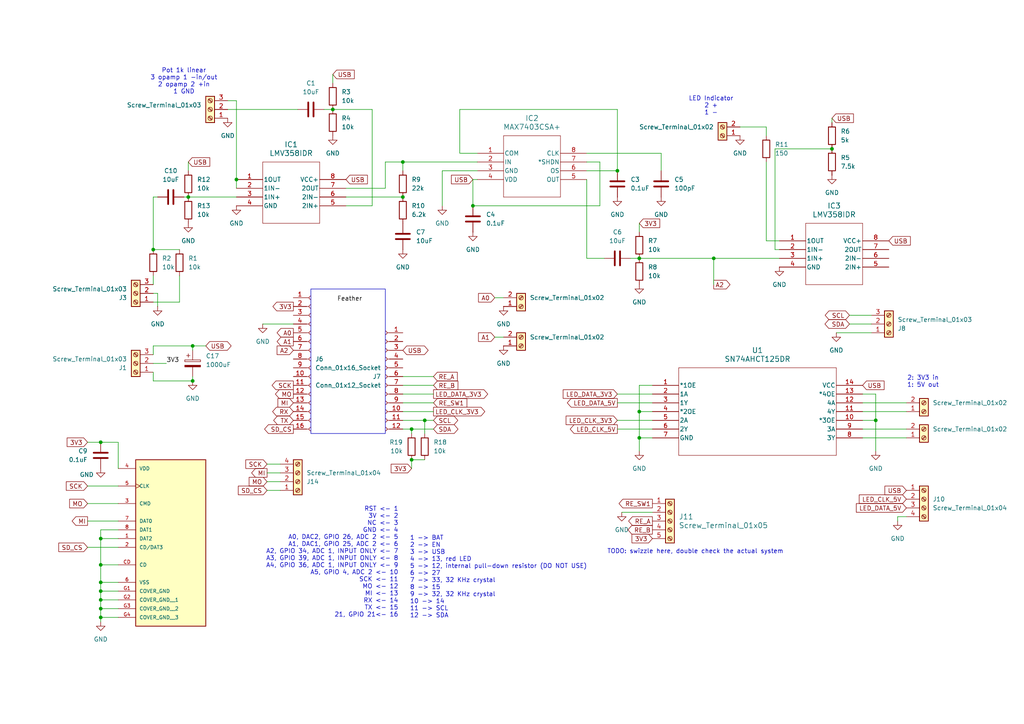
<source format=kicad_sch>
(kicad_sch (version 20231120) (generator "eeschema") (generator_version "8.0")
  (paper "A4")
  (junction (at 116.84 57.15))
  (junction (at 29.21 163.83))
  (junction (at 241.3 43.18))
  (junction (at 254 121.92))
  (junction (at 207.01 74.93))
  (junction (at 185.42 74.93))
  (junction (at 137.16 59.69))
  (junction (at 55.88 110.49))
  (junction (at 185.42 127))
  (junction (at 179.07 49.53))
  (junction (at 55.88 100.33))
  (junction (at 123.19 121.92))
  (junction (at 29.21 156.21))
  (junction (at 54.61 57.15))
  (junction (at 119.38 124.46))
  (junction (at 29.21 179.07))
  (junction (at 185.42 119.38))
  (junction (at 29.21 176.53))
  (junction (at 119.38 133.35))
  (junction (at 68.58 52.07))
  (junction (at 116.84 46.99))
  (junction (at 29.21 128.27))
  (junction (at 96.52 31.75))
  (junction (at 29.21 168.91))
  (junction (at 29.21 171.45))
  (junction (at 44.45 72.39))
  (junction (at 29.21 173.99))
  (wire (pts (xy 222.25 46.99) (xy 222.25 69.85)))
  (wire (pts (xy 77.47 137.16) (xy 81.28 137.16)))
  (wire (pts (xy 116.84 124.46) (xy 119.38 124.46)))
  (wire (pts (xy 44.45 107.95) (xy 44.45 110.49)))
  (wire (pts (xy 179.07 116.84) (xy 189.23 116.84)))
  (wire (pts (xy 55.88 109.22) (xy 55.88 110.49)))
  (wire (pts (xy 189.23 111.76) (xy 185.42 111.76)))
  (wire (pts (xy 25.4 128.27) (xy 29.21 128.27)))
  (wire (pts (xy 54.61 57.15) (xy 68.58 57.15)))
  (wire (pts (xy 96.52 31.75) (xy 107.95 31.75)))
  (wire (pts (xy 54.61 57.15) (xy 53.34 57.15)))
  (wire (pts (xy 179.07 121.92) (xy 189.23 121.92)))
  (wire (pts (xy 185.42 64.77) (xy 185.42 67.31)))
  (wire (pts (xy 29.21 163.83) (xy 34.29 163.83)))
  (wire (pts (xy 116.84 119.38) (xy 125.73 119.38)))
  (wire (pts (xy 254 130.81) (xy 254 121.92)))
  (wire (pts (xy 44.45 110.49) (xy 55.88 110.49)))
  (wire (pts (xy 170.18 52.07) (xy 170.18 74.93)))
  (wire (pts (xy 29.21 153.67) (xy 34.29 153.67)))
  (wire (pts (xy 143.51 97.79) (xy 146.05 97.79)))
  (wire (pts (xy 133.35 44.45) (xy 138.43 44.45)))
  (wire (pts (xy 179.07 124.46) (xy 189.23 124.46)))
  (wire (pts (xy 68.58 52.07) (xy 68.58 54.61)))
  (wire (pts (xy 68.58 52.07) (xy 68.58 29.21)))
  (wire (pts (xy 246.38 93.98) (xy 252.73 93.98)))
  (wire (pts (xy 262.89 124.46) (xy 250.19 124.46)))
  (wire (pts (xy 29.21 179.07) (xy 29.21 176.53)))
  (wire (pts (xy 207.01 74.93) (xy 226.06 74.93)))
  (wire (pts (xy 96.52 31.75) (xy 93.98 31.75)))
  (wire (pts (xy 29.21 153.67) (xy 29.21 156.21)))
  (wire (pts (xy 77.47 134.62) (xy 81.28 134.62)))
  (wire (pts (xy 224.79 72.39) (xy 224.79 43.18)))
  (wire (pts (xy 111.76 46.99) (xy 116.84 46.99)))
  (wire (pts (xy 45.72 85.09) (xy 44.45 85.09)))
  (wire (pts (xy 29.21 176.53) (xy 29.21 173.99)))
  (wire (pts (xy 214.63 36.83) (xy 222.25 36.83)))
  (wire (pts (xy 241.3 34.29) (xy 241.3 35.56)))
  (wire (pts (xy 44.45 87.63) (xy 52.07 87.63)))
  (wire (pts (xy 29.21 156.21) (xy 34.29 156.21)))
  (wire (pts (xy 29.21 156.21) (xy 29.21 163.83)))
  (wire (pts (xy 116.84 46.99) (xy 138.43 46.99)))
  (wire (pts (xy 55.88 100.33) (xy 59.69 100.33)))
  (wire (pts (xy 185.42 119.38) (xy 189.23 119.38)))
  (wire (pts (xy 29.21 179.07) (xy 34.29 179.07)))
  (wire (pts (xy 44.45 72.39) (xy 44.45 57.15)))
  (wire (pts (xy 107.95 31.75) (xy 107.95 59.69)))
  (wire (pts (xy 77.47 139.7) (xy 81.28 139.7)))
  (wire (pts (xy 207.01 74.93) (xy 207.01 82.55)))
  (wire (pts (xy 29.21 128.27) (xy 34.29 128.27)))
  (wire (pts (xy 29.21 176.53) (xy 34.29 176.53)))
  (wire (pts (xy 128.27 49.53) (xy 128.27 59.69)))
  (wire (pts (xy 254 114.3) (xy 254 121.92)))
  (wire (pts (xy 254 121.92) (xy 250.19 121.92)))
  (wire (pts (xy 77.47 142.24) (xy 81.28 142.24)))
  (wire (pts (xy 173.99 46.99) (xy 173.99 59.69)))
  (wire (pts (xy 133.35 31.75) (xy 179.07 31.75)))
  (wire (pts (xy 76.2 93.98) (xy 85.09 93.98)))
  (wire (pts (xy 179.07 114.3) (xy 189.23 114.3)))
  (wire (pts (xy 179.07 31.75) (xy 179.07 49.53)))
  (wire (pts (xy 125.73 114.3) (xy 116.84 114.3)))
  (wire (pts (xy 138.43 49.53) (xy 128.27 49.53)))
  (wire (pts (xy 44.45 105.41) (xy 48.26 105.41)))
  (wire (pts (xy 179.07 49.53) (xy 170.18 49.53)))
  (wire (pts (xy 242.57 96.52) (xy 252.73 96.52)))
  (wire (pts (xy 226.06 72.39) (xy 224.79 72.39)))
  (wire (pts (xy 29.21 180.34) (xy 29.21 179.07)))
  (wire (pts (xy 143.51 86.36) (xy 146.05 86.36)))
  (wire (pts (xy 29.21 173.99) (xy 34.29 173.99)))
  (wire (pts (xy 66.04 31.75) (xy 86.36 31.75)))
  (wire (pts (xy 123.19 121.92) (xy 123.19 125.73)))
  (wire (pts (xy 29.21 171.45) (xy 29.21 168.91)))
  (wire (pts (xy 170.18 46.99) (xy 173.99 46.99)))
  (wire (pts (xy 29.21 171.45) (xy 34.29 171.45)))
  (wire (pts (xy 34.29 128.27) (xy 34.29 135.89)))
  (wire (pts (xy 170.18 44.45) (xy 191.77 44.45)))
  (wire (pts (xy 45.72 88.9) (xy 45.72 85.09)))
  (wire (pts (xy 123.19 121.92) (xy 125.73 121.92)))
  (wire (pts (xy 52.07 72.39) (xy 44.45 72.39)))
  (wire (pts (xy 119.38 133.35) (xy 119.38 135.89)))
  (wire (pts (xy 100.33 57.15) (xy 116.84 57.15)))
  (wire (pts (xy 185.42 127) (xy 189.23 127)))
  (wire (pts (xy 137.16 52.07) (xy 137.16 59.69)))
  (wire (pts (xy 180.34 148.59) (xy 189.23 148.59)))
  (wire (pts (xy 185.42 119.38) (xy 185.42 127)))
  (wire (pts (xy 25.4 158.75) (xy 34.29 158.75)))
  (wire (pts (xy 52.07 87.63) (xy 52.07 80.01)))
  (wire (pts (xy 29.21 163.83) (xy 29.21 168.91)))
  (wire (pts (xy 185.42 74.93) (xy 182.88 74.93)))
  (wire (pts (xy 222.25 69.85) (xy 226.06 69.85)))
  (wire (pts (xy 116.84 111.76) (xy 125.73 111.76)))
  (wire (pts (xy 260.35 149.86) (xy 262.89 149.86)))
  (wire (pts (xy 119.38 124.46) (xy 119.38 125.73)))
  (wire (pts (xy 170.18 74.93) (xy 175.26 74.93)))
  (wire (pts (xy 111.76 46.99) (xy 111.76 54.61)))
  (wire (pts (xy 222.25 36.83) (xy 222.25 39.37)))
  (wire (pts (xy 246.38 91.44) (xy 252.73 91.44)))
  (wire (pts (xy 25.4 146.05) (xy 34.29 146.05)))
  (wire (pts (xy 25.4 140.97) (xy 34.29 140.97)))
  (wire (pts (xy 173.99 59.69) (xy 137.16 59.69)))
  (wire (pts (xy 224.79 43.18) (xy 241.3 43.18)))
  (wire (pts (xy 185.42 74.93) (xy 207.01 74.93)))
  (wire (pts (xy 262.89 116.84) (xy 250.19 116.84)))
  (wire (pts (xy 116.84 49.53) (xy 116.84 46.99)))
  (wire (pts (xy 29.21 173.99) (xy 29.21 171.45)))
  (wire (pts (xy 44.45 100.33) (xy 55.88 100.33)))
  (wire (pts (xy 29.21 168.91) (xy 34.29 168.91)))
  (wire (pts (xy 68.58 29.21) (xy 66.04 29.21)))
  (wire (pts (xy 250.19 114.3) (xy 254 114.3)))
  (wire (pts (xy 191.77 44.45) (xy 191.77 49.53)))
  (wire (pts (xy 262.89 119.38) (xy 250.19 119.38)))
  (wire (pts (xy 119.38 133.35) (xy 123.19 133.35)))
  (wire (pts (xy 25.4 151.13) (xy 34.29 151.13)))
  (wire (pts (xy 119.38 124.46) (xy 125.73 124.46)))
  (wire (pts (xy 54.61 46.99) (xy 54.61 49.53)))
  (wire (pts (xy 96.52 21.59) (xy 96.52 24.13)))
  (wire (pts (xy 116.84 116.84) (xy 125.73 116.84)))
  (wire (pts (xy 44.45 80.01) (xy 44.45 82.55)))
  (wire (pts (xy 44.45 100.33) (xy 44.45 102.87)))
  (wire (pts (xy 262.89 127) (xy 250.19 127)))
  (wire (pts (xy 44.45 57.15) (xy 45.72 57.15)))
  (wire (pts (xy 116.84 121.92) (xy 123.19 121.92)))
  (wire (pts (xy 260.35 151.13) (xy 260.35 149.86)))
  (wire (pts (xy 111.76 54.61) (xy 100.33 54.61)))
  (wire (pts (xy 137.16 52.07) (xy 138.43 52.07)))
  (wire (pts (xy 55.88 100.33) (xy 55.88 101.6)))
  (wire (pts (xy 133.35 44.45) (xy 133.35 31.75)))
  (wire (pts (xy 185.42 130.81) (xy 185.42 127)))
  (wire (pts (xy 116.84 109.22) (xy 125.73 109.22)))
  (wire (pts (xy 107.95 59.69) (xy 100.33 59.69)))
  (wire (pts (xy 185.42 111.76) (xy 185.42 119.38)))
  (rectangle (start 90.17 83.82) (end 111.76 125.73))
  (text "RST <- 1\n3V <- 2\nNC <- 3\nGND <- 4\nA0, DAC2, GPIO 26, ADC 2 <- 5\nA1, DAC1, GPIO 25, ADC 2 <- 6\nA2, GPIO 34, ADC 1, INPUT ONLY <- 7\nA3, GPIO 39, ADC 1, INPUT ONLY <- 8\nA4, GPIO 36, ADC 1, INPUT ONLY <- 9\nA5, GPIO 4, ADC 2 <- 10\nSCK <- 11\nMO <- 12\nMI <- 13\nRX <- 14\nTX <- 15\n21, GPIO 21<- 16" (at 115.57 163.068 0) (effects (font (size 1.27 1.27)) (justify right)))
  (text "TODO: swizzle here, double check the actual system" (at 201.676 160.02 0) (effects (font (size 1.27 1.27))))
  (text "Pot 1k linear\n3 opamp 1 -in/out\n2 opamp 2 +in\n1 GND" (at 53.34 23.622 0) (effects (font (size 1.27 1.27))))
  (text "1 -> BAT\n2 -> EN\n3 -> USB\n4 -> 13, red LED\n5 -> 12, internal pull-down resistor (DO NOT USE)\n6 -> 27\n7 -> 33, 32 KHz crystal\n8 -> 15\n9 -> 32, 32 KHz crystal\n10 -> 14\n11 -> SCL\n12 -> SDA" (at 118.872 167.386 0) (effects (font (size 1.27 1.27)) (justify left)))
  (text "2: 3V3 in\n1: 5V out" (at 267.716 110.744 0) (effects (font (size 1.27 1.27))))
  (text "LED Indicator\n2 +\n1 -" (at 206.248 30.734 0) (effects (font (size 1.27 1.27))))
  (label "Feather" (at 97.79 87.63 0))
  (label "3V3" (at 48.26 105.41 0))
  (global_label "SD_CS" (shape output) (at 85.09 124.46 180) (property "Intersheetrefs" "${INTERSHEET_REFS}" (effects (hide yes))))
  (global_label "SCL" (shape bidirectional) (at 246.38 91.44 180) (property "Intersheetrefs" "${INTERSHEET_REFS}" (effects (hide yes))))
  (global_label "RE_SW1" (shape input) (at 125.73 116.84 0) (property "Intersheetrefs" "${INTERSHEET_REFS}" (effects (hide yes))))
  (global_label "USB" (shape input) (at 250.19 111.76 0) (property "Intersheetrefs" "${INTERSHEET_REFS}" (effects (hide yes))))
  (global_label "LED_CLK_3V3" (shape output) (at 125.73 119.38 0) (property "Intersheetrefs" "${INTERSHEET_REFS}" (effects (hide yes))))
  (global_label "USB" (shape input) (at 262.89 142.24 180) (property "Intersheetrefs" "${INTERSHEET_REFS}" (effects (hide yes))))
  (global_label "A2" (shape input) (at 85.09 101.6 180) (property "Intersheetrefs" "${INTERSHEET_REFS}" (effects (hide yes))))
  (global_label "SD_CS" (shape input) (at 25.4 158.75 180) (property "Intersheetrefs" "${INTERSHEET_REFS}" (effects (hide yes))))
  (global_label "LED_DATA_3V3" (shape input) (at 179.07 114.3 180) (property "Intersheetrefs" "${INTERSHEET_REFS}" (effects (hide yes))))
  (global_label "RE_B" (shape input) (at 125.73 111.76 0) (property "Intersheetrefs" "${INTERSHEET_REFS}" (effects (hide yes))))
  (global_label "SCK" (shape input) (at 25.4 140.97 180) (property "Intersheetrefs" "${INTERSHEET_REFS}" (effects (hide yes))))
  (global_label "LED_DATA_5V" (shape output) (at 179.07 116.84 180) (property "Intersheetrefs" "${INTERSHEET_REFS}" (effects (hide yes))))
  (global_label "RE_A" (shape output) (at 189.23 151.13 180) (property "Intersheetrefs" "${INTERSHEET_REFS}" (effects (hide yes))))
  (global_label "RE_B" (shape output) (at 189.23 153.67 180) (property "Intersheetrefs" "${INTERSHEET_REFS}" (effects (hide yes))))
  (global_label "RE_A" (shape input) (at 125.73 109.22 0) (property "Intersheetrefs" "${INTERSHEET_REFS}" (effects (hide yes))))
  (global_label "3V3" (shape input) (at 185.42 64.77 0) (property "Intersheetrefs" "${INTERSHEET_REFS}" (effects (hide yes))))
  (global_label "3V3" (shape input) (at 189.23 156.21 180) (property "Intersheetrefs" "${INTERSHEET_REFS}" (effects (hide yes))))
  (global_label "LED_CLK_3V3" (shape input) (at 179.07 121.92 180) (property "Intersheetrefs" "${INTERSHEET_REFS}" (effects (hide yes))))
  (global_label "3V3" (shape input) (at 25.4 128.27 180) (property "Intersheetrefs" "${INTERSHEET_REFS}" (effects (hide yes))))
  (global_label "RE_SW1" (shape output) (at 189.23 146.05 180) (property "Intersheetrefs" "${INTERSHEET_REFS}" (effects (hide yes))))
  (global_label "SD_CS" (shape input) (at 77.47 142.24 180) (property "Intersheetrefs" "${INTERSHEET_REFS}" (effects (hide yes))))
  (global_label "USB" (shape input) (at 137.16 52.07 180) (property "Intersheetrefs" "${INTERSHEET_REFS}" (effects (hide yes))))
  (global_label "USB" (shape input) (at 257.81 69.85 0) (property "Intersheetrefs" "${INTERSHEET_REFS}" (effects (hide yes))))
  (global_label "LED_CLK_5V" (shape output) (at 179.07 124.46 180) (property "Intersheetrefs" "${INTERSHEET_REFS}" (effects (hide yes))))
  (global_label "TX" (shape bidirectional) (at 85.09 121.92 180) (property "Intersheetrefs" "${INTERSHEET_REFS}" (effects (hide yes))))
  (global_label "USB" (shape input) (at 100.33 52.07 0) (property "Intersheetrefs" "${INTERSHEET_REFS}" (effects (hide yes))))
  (global_label "USB" (shape input) (at 96.52 21.59 0) (property "Intersheetrefs" "${INTERSHEET_REFS}" (effects (hide yes))))
  (global_label "A1" (shape output) (at 85.09 99.06 180) (property "Intersheetrefs" "${INTERSHEET_REFS}" (effects (hide yes))))
  (global_label "A2" (shape output) (at 207.01 82.55 0) (property "Intersheetrefs" "${INTERSHEET_REFS}" (effects (hide yes))))
  (global_label "LED_CLK_5V" (shape input) (at 262.89 144.78 180) (property "Intersheetrefs" "${INTERSHEET_REFS}" (effects (hide yes))))
  (global_label "USB" (shape input) (at 54.61 46.99 0) (property "Intersheetrefs" "${INTERSHEET_REFS}" (effects (hide yes))))
  (global_label "MI" (shape input) (at 85.09 116.84 180) (property "Intersheetrefs" "${INTERSHEET_REFS}" (effects (hide yes))))
  (global_label "RX" (shape bidirectional) (at 85.09 119.38 180) (property "Intersheetrefs" "${INTERSHEET_REFS}" (effects (hide yes))))
  (global_label "A0" (shape output) (at 85.09 96.52 180) (property "Intersheetrefs" "${INTERSHEET_REFS}" (effects (hide yes))))
  (global_label "LED_DATA_3V3" (shape output) (at 125.73 114.3 0) (property "Intersheetrefs" "${INTERSHEET_REFS}" (effects (hide yes))))
  (global_label "USB" (shape input) (at 241.3 34.29 0) (property "Intersheetrefs" "${INTERSHEET_REFS}" (effects (hide yes))))
  (global_label "USB" (shape bidirectional) (at 59.69 100.33 0) (property "Intersheetrefs" "${INTERSHEET_REFS}" (effects (hide yes))))
  (global_label "SDA" (shape bidirectional) (at 246.38 93.98 180) (property "Intersheetrefs" "${INTERSHEET_REFS}" (effects (hide yes))))
  (global_label "MI" (shape output) (at 77.47 137.16 180) (property "Intersheetrefs" "${INTERSHEET_REFS}" (effects (hide yes))))
  (global_label "MO" (shape input) (at 25.4 146.05 180) (property "Intersheetrefs" "${INTERSHEET_REFS}" (effects (hide yes))))
  (global_label "3V3" (shape output) (at 85.09 88.9 180) (property "Intersheetrefs" "${INTERSHEET_REFS}" (effects (hide yes))))
  (global_label "3V3" (shape input) (at 119.38 135.89 180) (property "Intersheetrefs" "${INTERSHEET_REFS}" (effects (hide yes))))
  (global_label "USB" (shape bidirectional) (at 116.84 101.6 0) (property "Intersheetrefs" "${INTERSHEET_REFS}" (effects (hide yes))))
  (global_label "MO" (shape output) (at 85.09 114.3 180) (property "Intersheetrefs" "${INTERSHEET_REFS}" (effects (hide yes))))
  (global_label "LED_DATA_5V" (shape input) (at 262.89 147.32 180) (property "Intersheetrefs" "${INTERSHEET_REFS}" (effects (hide yes))))
  (global_label "SCK" (shape output) (at 85.09 111.76 180) (property "Intersheetrefs" "${INTERSHEET_REFS}" (effects (hide yes))))
  (global_label "MI" (shape output) (at 25.4 151.13 180) (property "Intersheetrefs" "${INTERSHEET_REFS}" (effects (hide yes))))
  (global_label "SDA" (shape bidirectional) (at 125.73 124.46 0) (property "Intersheetrefs" "${INTERSHEET_REFS}" (effects (hide yes))))
  (global_label "SCL" (shape bidirectional) (at 125.73 121.92 0) (property "Intersheetrefs" "${INTERSHEET_REFS}" (effects (hide yes))))
  (global_label "SCK" (shape input) (at 77.47 134.62 180) (property "Intersheetrefs" "${INTERSHEET_REFS}" (effects (hide yes))))
  (global_label "MO" (shape input) (at 77.47 139.7 180) (property "Intersheetrefs" "${INTERSHEET_REFS}" (effects (hide yes))))
  (global_label "A1" (shape input) (at 143.51 97.79 180) (property "Intersheetrefs" "${INTERSHEET_REFS}" (effects (hide yes))))
  (global_label "A0" (shape input) (at 143.51 86.36 180) (property "Intersheetrefs" "${INTERSHEET_REFS}" (effects (hide yes))))
  (symbol (lib_id "Device:R") (at 241.3 39.37 0) (unit 1)
    (property "Reference" "R6" (at 243.84 38.0999 0) (effects (justify left)))
    (property "Value" "5k" (at 243.84 40.6399 0) (effects (justify left)))
    (property "Footprint" "Resistor_SMD:R_1206_3216Metric" (effects (hide yes)))
    (property "Datasheet" "https://www.digikey.com/en/products/detail/yageo/RT1206BRD075KL/5936961" (effects (hide yes)))
    (property "Description" "Resistor" (effects (hide yes)))
    (property "01-10-25 order" "10" (effects (hide yes)))
    (property "In Stock 01-15-25" "9" (effects (hide yes)))
    (property "4 boards" "4" (effects (hide yes)))
    (property "To Order 01-17-25" "0" (effects (hide yes)))
  )
  (symbol (lib_id "Connector:Screw_Terminal_01x02") (at 267.97 119.38 0) (mirror x) (unit 1)
    (property "Reference" "J2" (effects (hide yes)))
    (property "Value" "Screw_Terminal_01x02" (at 270.51 116.8401 0) (effects (justify left)))
    (property "Footprint" "TerminalBlock_TE-Connectivity:TerminalBlock_TE_282834-2_1x02_P2.54mm_Horizontal" (effects (hide yes)))
    (property "Datasheet" "https://www.digikey.com/en/products/detail/te-connectivity-amp-connectors/282834-2/1150135" (effects (hide yes)))
    (property "Description" "Generic screw terminal, single row, 01x02, script generated (kicad-library-utils/schlib/autogen/connector/)" (effects (hide yes)))
    (property "01-10-25 order" "5" (effects (hide yes)))
    (property "In Stock 01-15-25" "3" (effects (hide yes)))
    (property "4 boards" "20" (effects (hide yes)))
    (property "To Order 01-17-25" "17" (effects (hide yes)))
  )
  (symbol (lib_id "power:GND") (at 226.06 77.47 0) (unit 1)
    (property "Reference" "#PWR04" (effects (hide yes)))
    (property "Value" "GND" (at 226.06 82.55 0))
    (property "Description" "Power symbol creates a global label with name \"GND\" , ground" (effects (hide yes)))
  )
  (symbol (lib_id "Device:C") (at 191.77 53.34 180) (unit 1)
    (property "Reference" "C5" (at 195.58 52.0699 0) (effects (justify right)))
    (property "Value" "100pF" (at 195.58 54.6099 0) (effects (justify right)))
    (property "Footprint" "Capacitor_SMD:C_0805_2012Metric" (effects (hide yes)))
    (property "Datasheet" "https://www.digikey.com/en/products/detail/yageo/CC0805JRNPO9BN101/302845" (effects (hide yes)))
    (property "Description" "Unpolarized capacitor" (effects (hide yes)))
    (property "01-10-25 order" "10" (effects (hide yes)))
    (property "In Stock 01-15-25" "9" (effects (hide yes)))
    (property "4 boards" "4" (effects (hide yes)))
    (property "To Order 01-17-25" "0" (effects (hide yes)))
  )
  (symbol (lib_id "Device:C") (at 179.07 74.93 270) (unit 1)
    (property "Reference" "C6" (at 179.07 67.31 90))
    (property "Value" "10uF" (at 179.07 69.85 90))
    (property "Footprint" "Capacitor_SMD:C_0805_2012Metric" (effects (hide yes)))
    (property "Datasheet" "https://www.digikey.com/en/products/detail/yageo/CC0805ZKY5V6BB106/2103093" (effects (hide yes)))
    (property "Description" "Unpolarized capacitor" (effects (hide yes)))
    (property "01-10-25 order" "10" (effects (hide yes)))
    (property "In Stock 01-15-25" "6" (effects (hide yes)))
    (property "4 boards" "16" (effects (hide yes)))
    (property "To Order 01-17-25" "10" (effects (hide yes)))
  )
  (symbol (lib_id "power:GND") (at 128.27 59.69 0) (unit 1)
    (property "Reference" "#PWR09" (effects (hide yes)))
    (property "Value" "GND" (at 128.27 64.77 0))
    (property "Description" "Power symbol creates a global label with name \"GND\" , ground" (effects (hide yes)))
  )
  (symbol (lib_id "power:GND") (at 191.77 57.15 0) (unit 1)
    (property "Reference" "#PWR010" (effects (hide yes)))
    (property "Value" "GND" (at 191.77 62.23 0))
    (property "Description" "Power symbol creates a global label with name \"GND\" , ground" (effects (hide yes)))
  )
  (symbol (lib_id "Connector:Screw_Terminal_01x03") (at 257.81 93.98 0) (mirror x) (unit 1)
    (property "Reference" "J8" (at 260.35 95.2501 0) (effects (justify left)))
    (property "Value" "Screw_Terminal_01x03" (at 260.35 92.7101 0) (effects (justify left)))
    (property "Footprint" "TerminalBlock_TE-Connectivity:TerminalBlock_TE_282834-3_1x03_P2.54mm_Horizontal" (effects (hide yes)))
    (property "Datasheet" "https://www.digikey.com/en/products/detail/te-connectivity-amp-connectors/282834-3/1153264" (effects (hide yes)))
    (property "Description" "Generic screw terminal, single row, 01x03, script generated (kicad-library-utils/schlib/autogen/connector/)" (effects (hide yes)))
    (property "01-10-25 order" "4" (effects (hide yes)))
    (property "In Stock 01-15-25" "1" (effects (hide yes)))
    (property "4 boards" "16" (effects (hide yes)))
    (property "To Order 01-17-25" "15" (effects (hide yes)))
  )
  (symbol (lib_id "power:GND") (at 185.42 82.55 0) (unit 1)
    (property "Reference" "#PWR011" (effects (hide yes)))
    (property "Value" "GND" (at 185.42 87.63 0))
    (property "Description" "Power symbol creates a global label with name \"GND\" , ground" (effects (hide yes)))
  )
  (symbol (lib_id "Device:C_Polarized") (at 55.88 105.41 0) (unit 1)
    (property "Reference" "C17" (at 59.69 103.2509 0) (effects (justify left)))
    (property "Value" "1000uF" (at 59.69 105.7909 0) (effects (justify left)))
    (property "Footprint" "Capacitor_THT:CP_Radial_D8.0mm_P5.00mm" (effects (hide yes)))
    (property "Datasheet" "https://www.digikey.com/en/products/detail/rubycon/10ZLH1000MEFC10X12-5/3134015" (effects (hide yes)))
    (property "Description" "Polarized capacitor" (effects (hide yes)))
    (property "01-10-25 order" "2" (effects (hide yes)))
    (property "In Stock 01-15-25" "2" (effects (hide yes)))
    (property "4 boards" "4" (effects (hide yes)))
    (property "To Order 01-17-25" "2" (effects (hide yes)))
  )
  (symbol (lib_id "power:GND") (at 214.63 39.37 0) (unit 1)
    (property "Reference" "#PWR06" (effects (hide yes)))
    (property "Value" "GND" (at 214.63 44.45 0))
    (property "Description" "Power symbol creates a global label with name \"GND\" , ground" (effects (hide yes)))
  )
  (symbol (lib_id "Device:R") (at 185.42 71.12 0) (unit 1)
    (property "Reference" "R7" (at 187.96 69.8499 0) (effects (justify left)))
    (property "Value" "10k" (at 187.96 72.3899 0) (effects (justify left)))
    (property "Footprint" "Resistor_SMD:R_1206_3216Metric" (effects (hide yes)))
    (property "Datasheet" "https://www.digikey.com/en/products/detail/yageo/RC1206FR-0710KL/728483" (effects (hide yes)))
    (property "Description" "Resistor" (effects (hide yes)))
    (property "01-10-25 order" "20" (effects (hide yes)))
    (property "In Stock 01-15-25" "10" (effects (hide yes)))
    (property "4 boards" "40" (effects (hide yes)))
    (property "To Order 01-17-25" "30" (effects (hide yes)))
  )
  (symbol (lib_id "power:GND") (at 29.21 135.89 0) (unit 1)
    (property "Reference" "#PWR023" (effects (hide yes)))
    (property "Value" "GND" (at 25.146 137.668 0))
    (property "Description" "Power symbol creates a global label with name \"GND\" , ground" (effects (hide yes)))
  )
  (symbol (lib_id "Device:R") (at 96.52 27.94 0) (unit 1)
    (property "Reference" "R3" (at 99.06 26.6699 0) (effects (justify left)))
    (property "Value" "10k" (at 99.06 29.2099 0) (effects (justify left)))
    (property "Footprint" "Resistor_SMD:R_1206_3216Metric" (effects (hide yes)))
    (property "Datasheet" "https://www.digikey.com/en/products/detail/yageo/RC1206FR-0710KL/728483" (effects (hide yes)))
    (property "Description" "Resistor" (effects (hide yes)))
    (property "01-10-25 order" "20" (effects (hide yes)))
    (property "In Stock 01-15-25" "10" (effects (hide yes)))
    (property "4 boards" "40" (effects (hide yes)))
    (property "To Order 01-17-25" "30" (effects (hide yes)))
  )
  (symbol (lib_id "power:GND") (at 68.58 59.69 0) (unit 1)
    (property "Reference" "#PWR012" (effects (hide yes)))
    (property "Value" "GND" (at 68.58 64.77 0))
    (property "Description" "Power symbol creates a global label with name \"GND\" , ground" (effects (hide yes)))
  )
  (symbol (lib_id "power:GND") (at 146.05 100.33 0) (unit 1)
    (property "Reference" "#PWR020" (effects (hide yes)))
    (property "Value" "GND" (at 146.05 105.41 0))
    (property "Description" "Power symbol creates a global label with name \"GND\" , ground" (effects (hide yes)))
  )
  (symbol (lib_id "Connector:Screw_Terminal_01x03") (at 39.37 105.41 180) (unit 1)
    (property "Reference" "J1" (at 36.83 106.6801 0) (effects (justify left)))
    (property "Value" "Screw_Terminal_01x03" (at 36.83 104.1401 0) (effects (justify left)))
    (property "Footprint" "TerminalBlock_TE-Connectivity:TerminalBlock_TE_282834-3_1x03_P2.54mm_Horizontal" (effects (hide yes)))
    (property "Datasheet" "https://www.digikey.com/en/products/detail/te-connectivity-amp-connectors/282834-3/1153264" (effects (hide yes)))
    (property "Description" "Generic screw terminal, single row, 01x03, script generated (kicad-library-utils/schlib/autogen/connector/)" (effects (hide yes)))
    (property "01-10-25 order" "4" (effects (hide yes)))
    (property "In Stock 01-15-25" "1" (effects (hide yes)))
    (property "4 boards" "16" (effects (hide yes)))
    (property "To Order 01-17-25" "15" (effects (hide yes)))
  )
  (symbol (lib_id "Device:R") (at 119.38 129.54 0) (mirror y) (unit 1)
    (property "Reference" "R19" (at 116.84 128.2699 0) (effects (justify left)))
    (property "Value" "10k" (at 116.84 130.8099 0) (effects (justify left)))
    (property "Footprint" "Resistor_SMD:R_1206_3216Metric" (effects (hide yes)))
    (property "Datasheet" "https://www.digikey.com/en/products/detail/yageo/RC1206FR-0710KL/728483" (effects (hide yes)))
    (property "Description" "Resistor" (effects (hide yes)))
    (property "01-10-25 order" "20" (effects (hide yes)))
    (property "In Stock 01-15-25" "10" (effects (hide yes)))
    (property "4 boards" "40" (effects (hide yes)))
    (property "To Order 01-17-25" "30" (effects (hide yes)))
  )
  (symbol (lib_id "power:GND") (at 179.07 57.15 0) (unit 1)
    (property "Reference" "#PWR07" (effects (hide yes)))
    (property "Value" "GND" (at 179.07 62.23 0))
    (property "Description" "Power symbol creates a global label with name \"GND\" , ground" (effects (hide yes)))
  )
  (symbol (lib_id "Device:R") (at 116.84 53.34 180) (unit 1)
    (property "Reference" "R9" (at 119.38 52.0699 0) (effects (justify right)))
    (property "Value" "22k" (at 119.38 54.6099 0) (effects (justify right)))
    (property "Footprint" "Resistor_SMD:R_1206_3216Metric" (effects (hide yes)))
    (property "Datasheet" "https://www.digikey.com/en/products/detail/yageo/RC1206FR-0722KL/728688" (effects (hide yes)))
    (property "Description" "Resistor" (effects (hide yes)))
    (property "01-10-25 order" "10" (effects (hide yes)))
    (property "In Stock 01-15-25" "9" (effects (hide yes)))
    (property "4 boards" "4" (effects (hide yes)))
    (property "To Order 01-17-25" "0" (effects (hide yes)))
  )
  (symbol (lib_id "Connector:Screw_Terminal_01x02") (at 151.13 100.33 0) (mirror x) (unit 1)
    (property "Reference" "J13" (effects (hide yes)))
    (property "Value" "Screw_Terminal_01x02" (at 153.67 97.7901 0) (effects (justify left)))
    (property "Footprint" "TerminalBlock_TE-Connectivity:TerminalBlock_TE_282834-2_1x02_P2.54mm_Horizontal" (effects (hide yes)))
    (property "Datasheet" "https://www.digikey.com/en/products/detail/te-connectivity-amp-connectors/282834-2/1150135" (effects (hide yes)))
    (property "Description" "Generic screw terminal, single row, 01x02, script generated (kicad-library-utils/schlib/autogen/connector/)" (effects (hide yes)))
    (property "01-10-25 order" "5" (effects (hide yes)))
    (property "In Stock 01-15-25" "3" (effects (hide yes)))
    (property "4 boards" "20" (effects (hide yes)))
    (property "To Order 01-17-25" "17" (effects (hide yes)))
  )
  (symbol (lib_id "power:GND") (at 55.88 110.49 0) (unit 1)
    (property "Reference" "#PWR015" (effects (hide yes)))
    (property "Value" "GND" (at 55.88 115.57 0))
    (property "Description" "Power symbol creates a global label with name \"GND\" , ground" (effects (hide yes)))
  )
  (symbol (lib_id "Connector:Screw_Terminal_01x02") (at 209.55 39.37 180) (unit 1)
    (property "Reference" "J5" (effects (hide yes)))
    (property "Value" "Screw_Terminal_01x02" (at 207.01 36.8301 0) (effects (justify left)))
    (property "Footprint" "TerminalBlock_TE-Connectivity:TerminalBlock_TE_282834-2_1x02_P2.54mm_Horizontal" (effects (hide yes)))
    (property "Datasheet" "https://www.digikey.com/en/products/detail/te-connectivity-amp-connectors/282834-2/1150135" (effects (hide yes)))
    (property "Description" "Generic screw terminal, single row, 01x02, script generated (kicad-library-utils/schlib/autogen/connector/)" (effects (hide yes)))
    (property "01-10-25 order" "5" (effects (hide yes)))
    (property "In Stock 01-15-25" "3" (effects (hide yes)))
    (property "4 boards" "20" (effects (hide yes)))
    (property "To Order 01-17-25" "17" (effects (hide yes)))
  )
  (symbol (lib_id "2024-09-15_02-31-25:LMV358IDR") (at 68.58 52.07 0) (unit 1)
    (property "Reference" "IC1" (at 84.455 41.91 0) (effects (font (size 1.524 1.524))))
    (property "Value" "LMV358IDR" (at 84.455 44.45 0) (effects (font (size 1.524 1.524))))
    (property "Footprint" "LMV358IDR:D8" (effects (hide yes)))
    (property "Datasheet" "https://www.digikey.com/en/products/detail/texas-instruments/LMV358IDR/381251" (effects (hide yes)))
    (property "01-10-25 order" "2" (effects (hide yes)))
    (property "In Stock 01-15-25" "0" (effects (hide yes)))
    (property "4 boards" "8" (effects (hide yes)))
    (property "To Order 01-17-25" "8" (effects (hide yes)))
  )
  (symbol (lib_id "Device:R") (at 123.19 129.54 0) (unit 1)
    (property "Reference" "R18" (at 125.73 128.2699 0) (effects (justify left)))
    (property "Value" "10k" (at 125.73 130.8099 0) (effects (justify left)))
    (property "Footprint" "Resistor_SMD:R_1206_3216Metric" (effects (hide yes)))
    (property "Datasheet" "https://www.digikey.com/en/products/detail/yageo/RC1206FR-0710KL/728483" (effects (hide yes)))
    (property "Description" "Resistor" (effects (hide yes)))
    (property "01-10-25 order" "20" (effects (hide yes)))
    (property "In Stock 01-15-25" "10" (effects (hide yes)))
    (property "4 boards" "40" (effects (hide yes)))
    (property "To Order 01-17-25" "30" (effects (hide yes)))
  )
  (symbol (lib_id "power:GND") (at 137.16 67.31 0) (unit 1)
    (property "Reference" "#PWR08" (effects (hide yes)))
    (property "Value" "GND" (at 137.16 72.39 0))
    (property "Description" "Power symbol creates a global label with name \"GND\" , ground" (effects (hide yes)))
  )
  (symbol (lib_id "power:GND") (at 180.34 148.59 0) (unit 1)
    (property "Reference" "#PWR021" (effects (hide yes)))
    (property "Value" "GND" (at 180.34 153.67 0))
    (property "Description" "Power symbol creates a global label with name \"GND\" , ground" (effects (hide yes)))
  )
  (symbol (lib_id "MSD-4-A:MSD-4-A") (at 49.53 153.67 0) (unit 1)
    (property "Reference" "SD1" (effects (hide yes)))
    (property "Value" "MSD-4-A" (effects (hide yes)))
    (property "Footprint" "MSD-4-A:CUI_MSD-4-A" (effects (hide yes)))
    (property "Datasheet" "https://www.digikey.com/en/products/detail/same-sky-formerly-cui-devices/MSD-4-A/21796808" (effects (hide yes)))
    (property "Description" "Micro SD card connector DigiKey" (effects (hide yes)))
    (property "01-10-25 order" "0" (effects (hide yes)))
    (property "PARTREV" "1.0" (effects (hide yes)))
    (property "STANDARD" "Manufacturer Recommendations" (effects (hide yes)))
    (property "MAXIMUM_PACKAGE_HEIGHT" "2.00mm" (effects (hide yes)))
    (property "MANUFACTURER" "CUI Devices" (effects (hide yes)))
    (property "In Stock 01-15-25" "0" (effects (hide yes)))
    (property "4 boards" "4" (effects (hide yes)))
    (property "To Order 01-17-25" "4" (effects (hide yes)))
  )
  (symbol (lib_id "Connector:Screw_Terminal_01x02") (at 151.13 88.9 0) (mirror x) (unit 1)
    (property "Reference" "J12" (effects (hide yes)))
    (property "Value" "Screw_Terminal_01x02" (at 153.67 86.3601 0) (effects (justify left)))
    (property "Footprint" "TerminalBlock_TE-Connectivity:TerminalBlock_TE_282834-2_1x02_P2.54mm_Horizontal" (effects (hide yes)))
    (property "Datasheet" "https://www.digikey.com/en/products/detail/te-connectivity-amp-connectors/282834-2/1150135" (effects (hide yes)))
    (property "Description" "Generic screw terminal, single row, 01x02, script generated (kicad-library-utils/schlib/autogen/connector/)" (effects (hide yes)))
    (property "01-10-25 order" "5" (effects (hide yes)))
    (property "In Stock 01-15-25" "3" (effects (hide yes)))
    (property "4 boards" "20" (effects (hide yes)))
    (property "To Order 01-17-25" "17" (effects (hide yes)))
  )
  (symbol (lib_id "Connector:Conn_01x12_Socket") (at 111.76 109.22 0) (mirror y) (unit 1)
    (property "Reference" "J7" (at 110.49 109.2199 0) (effects (justify left)))
    (property "Value" "Conn_01x12_Socket" (at 110.49 111.7599 0) (effects (justify left)))
    (property "Footprint" "Connector_PinSocket_2.54mm:PinSocket_1x12_P2.54mm_Vertical" (effects (hide yes)))
    (property "Datasheet" "https://www.digikey.com/en/products/detail/sullins-connector-solutions/PPTC121LFBN-RC/807231" (effects (hide yes)))
    (property "Description" "Generic connector, single row, 01x12, script generated" (effects (hide yes)))
    (property "01-10-25 order" "5" (effects (hide yes)))
    (property "In Stock 01-15-25" "4" (effects (hide yes)))
    (property "4 boards" "4" (effects (hide yes)))
    (property "To Order 01-17-25" "0" (effects (hide yes)))
  )
  (symbol (lib_id "power:GND") (at 185.42 130.81 0) (unit 1)
    (property "Reference" "#PWR014" (effects (hide yes)))
    (property "Value" "GND" (at 185.42 135.89 0))
    (property "Description" "Power symbol creates a global label with name \"GND\" , ground" (effects (hide yes)))
  )
  (symbol (lib_id "power:GND") (at 260.35 151.13 0) (unit 1)
    (property "Reference" "#PWR019" (effects (hide yes)))
    (property "Value" "GND" (at 260.35 156.21 0))
    (property "Description" "Power symbol creates a global label with name \"GND\" , ground" (effects (hide yes)))
  )
  (symbol (lib_id "Device:C") (at 137.16 63.5 180) (unit 1)
    (property "Reference" "C4" (at 140.97 62.2299 0) (effects (justify right)))
    (property "Value" "0.1uF" (at 140.97 64.7699 0) (effects (justify right)))
    (property "Footprint" "Capacitor_SMD:C_0805_2012Metric" (effects (hide yes)))
    (property "Datasheet" "https://www.digikey.com/en/products/detail/yageo/CC0805KRX7R9BB104/302874" (effects (hide yes)))
    (property "Description" "Unpolarized capacitor" (effects (hide yes)))
    (property "01-10-25 order" "10" (effects (hide yes)))
    (property "In Stock 01-15-25" "5" (effects (hide yes)))
    (property "4 boards" "12" (effects (hide yes)))
    (property "To Order 01-17-25" "7" (effects (hide yes)))
  )
  (symbol (lib_id "power:GND") (at 116.84 72.39 0) (unit 1)
    (property "Reference" "#PWR013" (effects (hide yes)))
    (property "Value" "GND" (at 116.84 77.47 0))
    (property "Description" "Power symbol creates a global label with name \"GND\" , ground" (effects (hide yes)))
  )
  (symbol (lib_id "Device:R") (at 44.45 76.2 0) (unit 1)
    (property "Reference" "R2" (at 46.99 74.9299 0) (effects (justify left)))
    (property "Value" "10k" (at 46.99 77.4699 0) (effects (justify left)))
    (property "Footprint" "Resistor_SMD:R_1206_3216Metric" (effects (hide yes)))
    (property "Datasheet" "https://www.digikey.com/en/products/detail/yageo/RC1206FR-0710KL/728483" (effects (hide yes)))
    (property "Description" "Resistor" (effects (hide yes)))
    (property "01-10-25 order" "20" (effects (hide yes)))
    (property "In Stock 01-15-25" "10" (effects (hide yes)))
    (property "4 boards" "40" (effects (hide yes)))
    (property "To Order 01-17-25" "30" (effects (hide yes)))
  )
  (symbol (lib_id "power:GND") (at 241.3 50.8 0) (unit 1)
    (property "Reference" "#PWR05" (effects (hide yes)))
    (property "Value" "GND" (at 241.3 55.88 0))
    (property "Description" "Power symbol creates a global label with name \"GND\" , ground" (effects (hide yes)))
  )
  (symbol (lib_id "Device:R") (at 116.84 60.96 180) (unit 1)
    (property "Reference" "R10" (at 119.38 59.6899 0) (effects (justify right)))
    (property "Value" "6.2k" (at 119.38 62.2299 0) (effects (justify right)))
    (property "Footprint" "Resistor_SMD:R_1206_3216Metric" (effects (hide yes)))
    (property "Datasheet" "https://www.digikey.com/en/products/detail/yageo/RC1206FR-076K2L/729016" (effects (hide yes)))
    (property "Description" "Resistor" (effects (hide yes)))
    (property "01-10-25 order" "10" (effects (hide yes)))
    (property "In Stock 01-15-25" "9" (effects (hide yes)))
    (property "4 boards" "4" (effects (hide yes)))
    (property "To Order 01-17-25" "0" (effects (hide yes)))
  )
  (symbol (lib_id "2024-09-15_02-31-25:LMV358IDR") (at 226.06 69.85 0) (unit 1)
    (property "Reference" "IC3" (at 241.935 59.69 0) (effects (font (size 1.524 1.524))))
    (property "Value" "LMV358IDR" (at 241.935 62.23 0) (effects (font (size 1.524 1.524))))
    (property "Footprint" "LMV358IDR:D8" (effects (hide yes)))
    (property "Datasheet" "https://www.digikey.com/en/products/detail/texas-instruments/LMV358IDR/381251" (effects (hide yes)))
    (property "01-10-25 order" "2" (effects (hide yes)))
    (property "In Stock 01-15-25" "0" (effects (hide yes)))
    (property "4 boards" "8" (effects (hide yes)))
    (property "To Order 01-17-25" "8" (effects (hide yes)))
  )
  (symbol (lib_id "Device:C") (at 49.53 57.15 270) (unit 1)
    (property "Reference" "C10" (at 49.53 49.53 90))
    (property "Value" "10uF" (at 49.53 52.07 90))
    (property "Footprint" "Capacitor_SMD:C_0805_2012Metric" (effects (hide yes)))
    (property "Datasheet" "https://www.digikey.com/en/products/detail/yageo/CC0805ZKY5V6BB106/2103093" (effects (hide yes)))
    (property "Description" "Unpolarized capacitor" (effects (hide yes)))
    (property "01-10-25 order" "10" (effects (hide yes)))
    (property "In Stock 01-15-25" "6" (effects (hide yes)))
    (property "4 boards" "16" (effects (hide yes)))
    (property "To Order 01-17-25" "10" (effects (hide yes)))
  )
  (symbol (lib_id "Connector:Screw_Terminal_01x03") (at 60.96 31.75 180) (unit 1)
    (property "Reference" "J4" (effects (hide yes)))
    (property "Value" "Screw_Terminal_01x03" (at 58.42 30.4801 0) (effects (justify left)))
    (property "Footprint" "TerminalBlock_TE-Connectivity:TerminalBlock_TE_282834-3_1x03_P2.54mm_Horizontal" (effects (hide yes)))
    (property "Datasheet" "https://www.digikey.com/en/products/detail/te-connectivity-amp-connectors/282834-3/1153264" (effects (hide yes)))
    (property "Description" "Generic screw terminal, single row, 01x03, script generated (kicad-library-utils/schlib/autogen/connector/)" (effects (hide yes)))
    (property "01-10-25 order" "4" (effects (hide yes)))
    (property "In Stock 01-15-25" "1" (effects (hide yes)))
    (property "4 boards" "16" (effects (hide yes)))
    (property "To Order 01-17-25" "15" (effects (hide yes)))
  )
  (symbol (lib_id "power:GND") (at 242.57 96.52 0) (unit 1)
    (property "Reference" "#PWR016" (effects (hide yes)))
    (property "Value" "GND" (at 242.57 101.6 0))
    (property "Description" "Power symbol creates a global label with name \"GND\" , ground" (effects (hide yes)))
  )
  (symbol (lib_id "power:GND") (at 29.21 180.34 0) (unit 1)
    (property "Reference" "#PWR028" (effects (hide yes)))
    (property "Value" "GND" (at 29.21 185.42 0))
    (property "Description" "Power symbol creates a global label with name \"GND\" , ground" (effects (hide yes)))
  )
  (symbol (lib_id "Device:R") (at 54.61 60.96 0) (unit 1)
    (property "Reference" "R13" (at 57.15 59.6899 0) (effects (justify left)))
    (property "Value" "10k" (at 57.15 62.2299 0) (effects (justify left)))
    (property "Footprint" "Resistor_SMD:R_1206_3216Metric" (effects (hide yes)))
    (property "Datasheet" "https://www.digikey.com/en/products/detail/yageo/RC1206FR-0710KL/728483" (effects (hide yes)))
    (property "Description" "Resistor" (effects (hide yes)))
    (property "01-10-25 order" "20" (effects (hide yes)))
    (property "In Stock 01-15-25" "10" (effects (hide yes)))
    (property "4 boards" "40" (effects (hide yes)))
    (property "To Order 01-17-25" "30" (effects (hide yes)))
  )
  (symbol (lib_id "power:GND") (at 146.05 88.9 0) (unit 1)
    (property "Reference" "#PWR022" (effects (hide yes)))
    (property "Value" "GND" (at 146.05 93.98 0))
    (property "Description" "Power symbol creates a global label with name \"GND\" , ground" (effects (hide yes)))
  )
  (symbol (lib_id "power:GND") (at 254 130.81 0) (unit 1)
    (property "Reference" "#PWR018" (effects (hide yes)))
    (property "Value" "GND" (at 254 135.89 0))
    (property "Description" "Power symbol creates a global label with name \"GND\" , ground" (effects (hide yes)))
  )
  (symbol (lib_id "Device:C") (at 179.07 53.34 180) (unit 1)
    (property "Reference" "C3" (at 182.88 52.0699 0) (effects (justify right)))
    (property "Value" "0.1uF" (at 182.88 54.6099 0) (effects (justify right)))
    (property "Footprint" "Capacitor_SMD:C_0805_2012Metric" (effects (hide yes)))
    (property "Datasheet" "https://www.digikey.com/en/products/detail/yageo/CC0805KRX7R9BB104/302874" (effects (hide yes)))
    (property "Description" "Unpolarized capacitor" (effects (hide yes)))
    (property "01-10-25 order" "10" (effects (hide yes)))
    (property "In Stock 01-15-25" "5" (effects (hide yes)))
    (property "4 boards" "12" (effects (hide yes)))
    (property "To Order 01-17-25" "7" (effects (hide yes)))
  )
  (symbol (lib_id "Device:R") (at 241.3 46.99 0) (unit 1)
    (property "Reference" "R5" (at 243.84 45.7199 0) (effects (justify left)))
    (property "Value" "7.5k" (at 243.84 48.2599 0) (effects (justify left)))
    (property "Footprint" "Resistor_SMD:R_1206_3216Metric" (effects (hide yes)))
    (property "Datasheet" "https://www.digikey.com/en/products/detail/yageo/RC1206FR-077K5L/729079" (effects (hide yes)))
    (property "Description" "Resistor" (effects (hide yes)))
    (property "01-10-25 order" "10" (effects (hide yes)))
    (property "In Stock 01-15-25" "9" (effects (hide yes)))
    (property "4 boards" "4" (effects (hide yes)))
    (property "To Order 01-17-25" "0" (effects (hide yes)))
  )
  (symbol (lib_id "Device:R") (at 96.52 35.56 0) (unit 1)
    (property "Reference" "R4" (at 99.06 34.2899 0) (effects (justify left)))
    (property "Value" "10k" (at 99.06 36.8299 0) (effects (justify left)))
    (property "Footprint" "Resistor_SMD:R_1206_3216Metric" (effects (hide yes)))
    (property "Datasheet" "https://www.digikey.com/en/products/detail/yageo/RC1206FR-0710KL/728483" (effects (hide yes)))
    (property "Description" "Resistor" (effects (hide yes)))
    (property "01-10-25 order" "20" (effects (hide yes)))
    (property "In Stock 01-15-25" "10" (effects (hide yes)))
    (property "4 boards" "40" (effects (hide yes)))
    (property "To Order 01-17-25" "30" (effects (hide yes)))
  )
  (symbol (lib_id "power:GND") (at 45.72 88.9 0) (unit 1)
    (property "Reference" "#PWR01" (effects (hide yes)))
    (property "Value" "GND" (at 45.72 93.98 0))
    (property "Description" "Power symbol creates a global label with name \"GND\" , ground" (effects (hide yes)))
  )
  (symbol (lib_id "power:GND") (at 76.2 93.98 0) (unit 1)
    (property "Reference" "#PWR026" (effects (hide yes)))
    (property "Value" "GND" (at 76.2 99.06 0))
    (property "Description" "Power symbol creates a global label with name \"GND\" , ground" (effects (hide yes)))
  )
  (symbol (lib_id "Device:C") (at 116.84 68.58 180) (unit 1)
    (property "Reference" "C7" (at 120.65 67.3099 0) (effects (justify right)))
    (property "Value" "10uF" (at 120.65 69.8499 0) (effects (justify right)))
    (property "Footprint" "Capacitor_SMD:C_0805_2012Metric" (effects (hide yes)))
    (property "Datasheet" "https://www.digikey.com/en/products/detail/yageo/CC0805ZKY5V6BB106/2103093" (effects (hide yes)))
    (property "Description" "Unpolarized capacitor" (effects (hide yes)))
    (property "01-10-25 order" "10" (effects (hide yes)))
    (property "In Stock 01-15-25" "6" (effects (hide yes)))
    (property "4 boards" "16" (effects (hide yes)))
    (property "To Order 01-17-25" "10" (effects (hide yes)))
  )
  (symbol (lib_id "Device:R") (at 222.25 43.18 0) (unit 1)
    (property "Reference" "R11" (at 224.79 41.9099 0) (effects (justify left)))
    (property "Value" "150" (at 224.79 44.4499 0) (effects (justify left)))
    (property "Footprint" "Resistor_SMD:R_1206_3216Metric" (effects (hide yes)))
    (property "Datasheet" "https://www.digikey.com/en/products/detail/yageo/RC1206JR-07150RL/729223" (effects (hide yes)))
    (property "Description" "Resistor" (effects (hide yes)))
    (property "01-10-25 order" "10" (effects (hide yes)))
    (property "In Stock 01-15-25" "9" (effects (hide yes)))
    (property "4 boards" "4" (effects (hide yes)))
    (property "To Order 01-17-25" "0" (effects (hide yes)))
  )
  (symbol (lib_id "power:GND") (at 66.04 34.29 0) (unit 1)
    (property "Reference" "#PWR03" (effects (hide yes)))
    (property "Value" "GND" (at 66.04 39.37 0))
    (property "Description" "Power symbol creates a global label with name \"GND\" , ground" (effects (hide yes)))
  )
  (symbol (lib_id "power:GND") (at 96.52 39.37 0) (unit 1)
    (property "Reference" "#PWR02" (effects (hide yes)))
    (property "Value" "GND" (at 96.52 44.45 0))
    (property "Description" "Power symbol creates a global label with name \"GND\" , ground" (effects (hide yes)))
  )
  (symbol (lib_id "Connector:Screw_Terminal_01x05") (at 194.31 151.13 0) (unit 1)
    (property "Reference" "J11" (at 196.85 149.8599 0) (effects (font (size 1.524 1.524)) (justify left)))
    (property "Value" "Screw_Terminal_01x05" (at 196.85 152.3999 0) (effects (font (size 1.524 1.524)) (justify left)))
    (property "Footprint" "TerminalBlock_TE-Connectivity:TerminalBlock_TE_282834-5_1x05_P2.54mm_Horizontal" (effects (hide yes)))
    (property "Datasheet" "https://www.digikey.com/en/products/detail/te-connectivity-amp-connectors/282834-5/1153266" (effects (hide yes)))
    (property "Description" "Generic screw terminal, single row, 01x05, script generated (kicad-library-utils/schlib/autogen/connector/)" (effects (hide yes)))
    (property "01-10-25 order" "1" (effects (hide yes)))
    (property "In Stock 01-15-25" "1" (effects (hide yes)))
    (property "4 boards" "4" (effects (hide yes)))
    (property "To Order 01-17-25" "3" (effects (hide yes)))
  )
  (symbol (lib_id "Device:R") (at 52.07 76.2 0) (unit 1)
    (property "Reference" "R1" (at 54.61 74.9299 0) (effects (justify left)))
    (property "Value" "10k" (at 54.61 77.4699 0) (effects (justify left)))
    (property "Footprint" "Resistor_SMD:R_1206_3216Metric" (effects (hide yes)))
    (property "Datasheet" "https://www.digikey.com/en/products/detail/yageo/RC1206FR-0710KL/728483" (effects (hide yes)))
    (property "Description" "Resistor" (effects (hide yes)))
    (property "01-10-25 order" "20" (effects (hide yes)))
    (property "In Stock 01-15-25" "10" (effects (hide yes)))
    (property "4 boards" "40" (effects (hide yes)))
    (property "To Order 01-17-25" "30" (effects (hide yes)))
  )
  (symbol (lib_id "Device:C") (at 90.17 31.75 270) (unit 1)
    (property "Reference" "C1" (at 90.17 24.13 90))
    (property "Value" "10uF" (at 90.17 26.67 90))
    (property "Footprint" "Capacitor_SMD:C_0805_2012Metric" (effects (hide yes)))
    (property "Datasheet" "https://www.digikey.com/en/products/detail/yageo/CC0805ZKY5V6BB106/2103093" (effects (hide yes)))
    (property "Description" "Unpolarized capacitor" (effects (hide yes)))
    (property "01-10-25 order" "10" (effects (hide yes)))
    (property "In Stock 01-15-25" "6" (effects (hide yes)))
    (property "4 boards" "16" (effects (hide yes)))
    (property "To Order 01-17-25" "10" (effects (hide yes)))
  )
  (symbol (lib_id "Device:C") (at 29.21 132.08 0) (mirror x) (unit 1)
    (property "Reference" "C9" (at 25.4 130.8099 0) (effects (justify right)))
    (property "Value" "0.1uF" (at 25.4 133.3499 0) (effects (justify right)))
    (property "Footprint" "Capacitor_SMD:C_0805_2012Metric" (effects (hide yes)))
    (property "Datasheet" "https://www.digikey.com/en/products/detail/yageo/CC0805KRX7R9BB104/302874" (effects (hide yes)))
    (property "Description" "Unpolarized capacitor" (effects (hide yes)))
    (property "01-10-25 order" "10" (effects (hide yes)))
    (property "In Stock 01-15-25" "5" (effects (hide yes)))
    (property "4 boards" "12" (effects (hide yes)))
    (property "To Order 01-17-25" "7" (effects (hide yes)))
  )
  (symbol (lib_id "Connector:Screw_Terminal_01x03") (at 39.37 85.09 180) (unit 1)
    (property "Reference" "J3" (at 36.83 86.3601 0) (effects (justify left)))
    (property "Value" "Screw_Terminal_01x03" (at 36.83 83.8201 0) (effects (justify left)))
    (property "Footprint" "TerminalBlock_TE-Connectivity:TerminalBlock_TE_282834-3_1x03_P2.54mm_Horizontal" (effects (hide yes)))
    (property "Datasheet" "https://www.digikey.com/en/products/detail/te-connectivity-amp-connectors/282834-3/1153264" (effects (hide yes)))
    (property "Description" "Generic screw terminal, single row, 01x03, script generated (kicad-library-utils/schlib/autogen/connector/)" (effects (hide yes)))
    (property "01-10-25 order" "4" (effects (hide yes)))
    (property "In Stock 01-15-25" "1" (effects (hide yes)))
    (property "4 boards" "16" (effects (hide yes)))
    (property "To Order 01-17-25" "15" (effects (hide yes)))
  )
  (symbol (lib_id "Connector:Screw_Terminal_01x02") (at 267.97 127 0) (mirror x) (unit 1)
    (property "Reference" "J9" (effects (hide yes)))
    (property "Value" "Screw_Terminal_01x02" (at 270.51 124.4601 0) (effects (justify left)))
    (property "Footprint" "TerminalBlock_TE-Connectivity:TerminalBlock_TE_282834-2_1x02_P2.54mm_Horizontal" (effects (hide yes)))
    (property "Datasheet" "https://www.digikey.com/en/products/detail/te-connectivity-amp-connectors/282834-2/1150135" (effects (hide yes)))
    (property "Description" "Generic screw terminal, single row, 01x02, script generated (kicad-library-utils/schlib/autogen/connector/)" (effects (hide yes)))
    (property "01-10-25 order" "5" (effects (hide yes)))
    (property "In Stock 01-15-25" "3" (effects (hide yes)))
    (property "4 boards" "20" (effects (hide yes)))
    (property "To Order 01-17-25" "17" (effects (hide yes)))
  )
  (symbol (lib_id "Device:R") (at 54.61 53.34 0) (unit 1)
    (property "Reference" "R12" (at 57.15 52.0699 0) (effects (justify left)))
    (property "Value" "10k" (at 57.15 54.6099 0) (effects (justify left)))
    (property "Footprint" "Resistor_SMD:R_1206_3216Metric" (effects (hide yes)))
    (property "Datasheet" "https://www.digikey.com/en/products/detail/yageo/RC1206FR-0710KL/728483" (effects (hide yes)))
    (property "Description" "Resistor" (effects (hide yes)))
    (property "01-10-25 order" "20" (effects (hide yes)))
    (property "In Stock 01-15-25" "10" (effects (hide yes)))
    (property "4 boards" "40" (effects (hide yes)))
    (property "To Order 01-17-25" "30" (effects (hide yes)))
  )
  (symbol (lib_id "Quad Level Shifter:SN74AHCT125DR") (at 189.23 111.76 0) (unit 1)
    (property "Reference" "U1" (at 219.71 101.6 0) (effects (font (size 1.524 1.524))))
    (property "Value" "SN74AHCT125DR" (at 219.71 104.14 0) (effects (font (size 1.524 1.524))))
    (property "Footprint" "SN74AHCT125DR:D14" (effects (hide yes)))
    (property "Datasheet" "https://www.digikey.com/en/products/detail/texas-instruments/SN74AHCT125DR/376412" (effects (hide yes)))
    (property "01-10-25 order" "1" (effects (hide yes)))
    (property "In Stock 01-15-25" "0" (effects (hide yes)))
    (property "4 boards" "4" (effects (hide yes)))
    (property "To Order 01-17-25" "4" (effects (hide yes)))
  )
  (symbol (lib_id "Connector:Screw_Terminal_01x04") (at 86.36 139.7 0) (mirror x) (unit 1)
    (property "Reference" "J14" (at 88.9 139.7001 0) (effects (justify left)))
    (property "Value" "Screw_Terminal_01x04" (at 88.9 137.1601 0) (effects (justify left)))
    (property "Footprint" "TerminalBlock_TE-Connectivity:TerminalBlock_TE_282834-4_1x04_P2.54mm_Horizontal" (effects (hide yes)))
    (property "Datasheet" "https://www.digikey.com/en/products/detail/te-connectivity-amp-connectors/282834-4/1153265" (effects (hide yes)))
    (property "Description" "Generic screw terminal, single row, 01x04, script generated (kicad-library-utils/schlib/autogen/connector/)" (effects (hide yes)))
    (property "01-10-25 order" "1" (effects (hide yes)))
    (property "In Stock 01-15-25" "1" (effects (hide yes)))
    (property "4 boards" "8" (effects (hide yes)))
    (property "To Order 01-17-25" "7" (effects (hide yes)))
  )
  (symbol (lib_id "Connector:Conn_01x16_Socket") (at 90.17 104.14 0) (unit 1)
    (property "Reference" "J6" (at 91.44 104.1399 0) (effects (justify left)))
    (property "Value" "Conn_01x16_Socket" (at 91.44 106.6799 0) (effects (justify left)))
    (property "Footprint" "Connector_PinSocket_2.54mm:PinSocket_1x16_P2.54mm_Vertical" (effects (hide yes)))
    (property "Datasheet" "https://www.digikey.com/en/products/detail/sullins-connector-solutions/PPTC161LFBN-RC/810154" (effects (hide yes)))
    (property "Description" "Generic connector, single row, 01x16, script generated" (effects (hide yes)))
    (property "01-10-25 order" "5" (effects (hide yes)))
    (property "In Stock 01-15-25" "4" (effects (hide yes)))
    (property "4 boards" "4" (effects (hide yes)))
    (property "To Order 01-17-25" "0" (effects (hide yes)))
  )
  (symbol (lib_id "Device:R") (at 185.42 78.74 0) (unit 1)
    (property "Reference" "R8" (at 187.96 77.4699 0) (effects (justify left)))
    (property "Value" "10k" (at 187.96 80.0099 0) (effects (justify left)))
    (property "Footprint" "Resistor_SMD:R_1206_3216Metric" (effects (hide yes)))
    (property "Datasheet" "https://www.digikey.com/en/products/detail/yageo/RC1206FR-0710KL/728483" (effects (hide yes)))
    (property "Description" "Resistor" (effects (hide yes)))
    (property "01-10-25 order" "20" (effects (hide yes)))
    (property "In Stock 01-15-25" "10" (effects (hide yes)))
    (property "4 boards" "40" (effects (hide yes)))
    (property "To Order 01-17-25" "30" (effects (hide yes)))
  )
  (symbol (lib_id "power:GND") (at 54.61 64.77 0) (unit 1)
    (property "Reference" "#PWR017" (effects (hide yes)))
    (property "Value" "GND" (at 54.61 69.85 0))
    (property "Description" "Power symbol creates a global label with name \"GND\" , ground" (effects (hide yes)))
  )
  (symbol (lib_id "Connector:Screw_Terminal_01x04") (at 267.97 144.78 0) (unit 1)
    (property "Reference" "J10" (at 270.51 144.7799 0) (effects (justify left)))
    (property "Value" "Screw_Terminal_01x04" (at 270.51 147.3199 0) (effects (justify left)))
    (property "Footprint" "TerminalBlock_TE-Connectivity:TerminalBlock_TE_282834-4_1x04_P2.54mm_Horizontal" (effects (hide yes)))
    (property "Datasheet" "https://www.digikey.com/en/products/detail/te-connectivity-amp-connectors/282834-4/1153265" (effects (hide yes)))
    (property "Description" "Generic screw terminal, single row, 01x04, script generated (kicad-library-utils/schlib/autogen/connector/)" (effects (hide yes)))
    (property "01-10-25 order" "1" (effects (hide yes)))
    (property "In Stock 01-15-25" "1" (effects (hide yes)))
    (property "4 boards" "8" (effects (hide yes)))
    (property "To Order 01-17-25" "7" (effects (hide yes)))
  )
  (symbol (lib_id "2024-09-15_01-54-02:MAX7403CSA+") (at 138.43 44.45 0) (unit 1)
    (property "Reference" "IC2" (at 154.305 34.29 0) (effects (font (size 1.524 1.524))))
    (property "Value" "MAX7403CSA+" (at 154.305 36.83 0) (effects (font (size 1.524 1.524))))
    (property "Footprint" "MAX7403CSA:21-0041B_8_MXM" (effects (hide yes)))
    (property "Datasheet" "https://www.digikey.com/en/products/detail/analog-devices-inc-maxim-integrated/max7403csa/1513320" (effects (hide yes)))
    (property "01-10-25 order" "1" (effects (hide yes)))
    (property "In Stock 01-15-25" "0" (effects (hide yes)))
    (property "4 boards" "4" (effects (hide yes)))
    (property "To Order 01-17-25" "4" (effects (hide yes)))
  )
)
</source>
